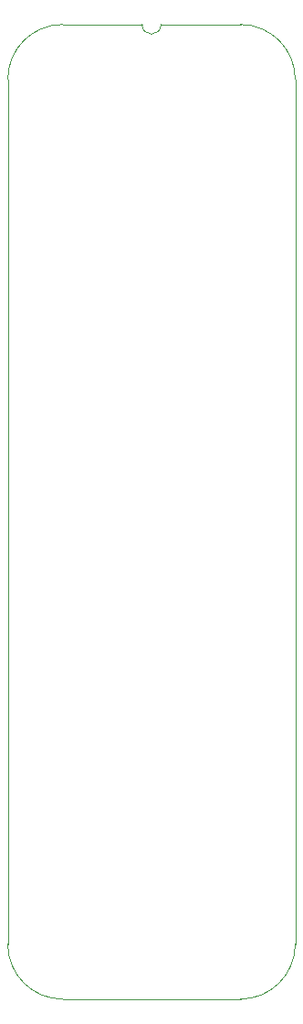
<source format=gm1>
%TF.GenerationSoftware,KiCad,Pcbnew,7.0.5*%
%TF.CreationDate,2024-02-15T20:59:25+02:00*%
%TF.ProjectId,HCP65 Device Interrupts Wide,48435036-3520-4446-9576-69636520496e,rev?*%
%TF.SameCoordinates,PX525bfc0PY43d3480*%
%TF.FileFunction,Profile,NP*%
%FSLAX46Y46*%
G04 Gerber Fmt 4.6, Leading zero omitted, Abs format (unit mm)*
G04 Created by KiCad (PCBNEW 7.0.5) date 2024-02-15 20:59:25*
%MOMM*%
%LPD*%
G01*
G04 APERTURE LIST*
%TA.AperFunction,Profile*%
%ADD10C,0.100000*%
%TD*%
G04 APERTURE END LIST*
D10*
%TO.C,J2*%
X-1905000Y635000D02*
X-1905000Y-79375000D01*
X10541000Y5715000D02*
X3175000Y5715000D01*
X19685000Y5715000D02*
X12319000Y5715000D01*
X19685000Y-84455000D02*
X3175000Y-84455000D01*
X24765000Y-79375000D02*
X24765000Y635000D01*
X3175000Y5715000D02*
G75*
G03*
X-1905000Y635000I2J-5080002D01*
G01*
X-1905000Y-79375000D02*
G75*
G03*
X3175000Y-84455000I5080000J0D01*
G01*
X10541000Y5715000D02*
G75*
G03*
X12319000Y5715000I889000J0D01*
G01*
X24765000Y635000D02*
G75*
G03*
X19685000Y5715000I-5080000J0D01*
G01*
X19685000Y-84455000D02*
G75*
G03*
X24765000Y-79375000I0J5080000D01*
G01*
%TD*%
M02*

</source>
